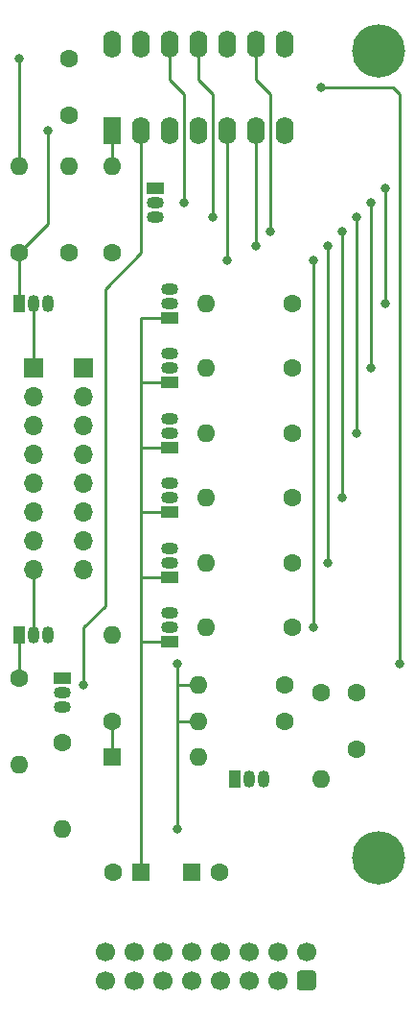
<source format=gbr>
G04 #@! TF.GenerationSoftware,KiCad,Pcbnew,(5.1.9)-1*
G04 #@! TF.CreationDate,2021-04-27T02:13:11+02:00*
G04 #@! TF.ProjectId,Clock Divider Main,436c6f63-6b20-4446-9976-69646572204d,rev?*
G04 #@! TF.SameCoordinates,Original*
G04 #@! TF.FileFunction,Copper,L1,Top*
G04 #@! TF.FilePolarity,Positive*
%FSLAX46Y46*%
G04 Gerber Fmt 4.6, Leading zero omitted, Abs format (unit mm)*
G04 Created by KiCad (PCBNEW (5.1.9)-1) date 2021-04-27 02:13:11*
%MOMM*%
%LPD*%
G01*
G04 APERTURE LIST*
G04 #@! TA.AperFunction,ComponentPad*
%ADD10O,1.700000X1.700000*%
G04 #@! TD*
G04 #@! TA.AperFunction,ComponentPad*
%ADD11R,1.700000X1.700000*%
G04 #@! TD*
G04 #@! TA.AperFunction,ComponentPad*
%ADD12C,4.700000*%
G04 #@! TD*
G04 #@! TA.AperFunction,ComponentPad*
%ADD13O,1.600000X1.600000*%
G04 #@! TD*
G04 #@! TA.AperFunction,ComponentPad*
%ADD14C,1.600000*%
G04 #@! TD*
G04 #@! TA.AperFunction,ComponentPad*
%ADD15R,1.500000X1.050000*%
G04 #@! TD*
G04 #@! TA.AperFunction,ComponentPad*
%ADD16O,1.500000X1.050000*%
G04 #@! TD*
G04 #@! TA.AperFunction,ComponentPad*
%ADD17C,1.700000*%
G04 #@! TD*
G04 #@! TA.AperFunction,ComponentPad*
%ADD18O,1.600000X2.400000*%
G04 #@! TD*
G04 #@! TA.AperFunction,ComponentPad*
%ADD19R,1.600000X2.400000*%
G04 #@! TD*
G04 #@! TA.AperFunction,ComponentPad*
%ADD20R,1.050000X1.500000*%
G04 #@! TD*
G04 #@! TA.AperFunction,ComponentPad*
%ADD21O,1.050000X1.500000*%
G04 #@! TD*
G04 #@! TA.AperFunction,ComponentPad*
%ADD22R,1.600000X1.600000*%
G04 #@! TD*
G04 #@! TA.AperFunction,ViaPad*
%ADD23C,0.800000*%
G04 #@! TD*
G04 #@! TA.AperFunction,Conductor*
%ADD24C,0.250000*%
G04 #@! TD*
G04 APERTURE END LIST*
D10*
G04 #@! TO.P,J2,8*
G04 #@! TO.N,GND*
X8255000Y-60960000D03*
G04 #@! TO.P,J2,7*
G04 #@! TO.N,Net-(J2-Pad7)*
X8255000Y-58420000D03*
G04 #@! TO.P,J2,6*
G04 #@! TO.N,Net-(J2-Pad6)*
X8255000Y-55880000D03*
G04 #@! TO.P,J2,5*
G04 #@! TO.N,Net-(J2-Pad5)*
X8255000Y-53340000D03*
G04 #@! TO.P,J2,4*
G04 #@! TO.N,Net-(J2-Pad4)*
X8255000Y-50800000D03*
G04 #@! TO.P,J2,3*
G04 #@! TO.N,Net-(J2-Pad3)*
X8255000Y-48260000D03*
G04 #@! TO.P,J2,2*
G04 #@! TO.N,Net-(J2-Pad2)*
X8255000Y-45720000D03*
D11*
G04 #@! TO.P,J2,1*
G04 #@! TO.N,GND*
X8255000Y-43180000D03*
G04 #@! TD*
D10*
G04 #@! TO.P,J1,8*
G04 #@! TO.N,Net-(J1-Pad8)*
X3810000Y-60960000D03*
G04 #@! TO.P,J1,7*
G04 #@! TO.N,GND*
X3810000Y-58420000D03*
G04 #@! TO.P,J1,6*
X3810000Y-55880000D03*
G04 #@! TO.P,J1,5*
X3810000Y-53340000D03*
G04 #@! TO.P,J1,4*
X3810000Y-50800000D03*
G04 #@! TO.P,J1,3*
X3810000Y-48260000D03*
G04 #@! TO.P,J1,2*
X3810000Y-45720000D03*
D11*
G04 #@! TO.P,J1,1*
G04 #@! TO.N,Net-(J1-Pad1)*
X3810000Y-43180000D03*
G04 #@! TD*
D12*
G04 #@! TO.P,H2,1*
G04 #@! TO.N,GND*
X34290000Y-86360000D03*
G04 #@! TD*
G04 #@! TO.P,H1,1*
G04 #@! TO.N,GND*
X34290000Y-15240000D03*
G04 #@! TD*
D13*
G04 #@! TO.P,R27,2*
G04 #@! TO.N,Net-(Q11-Pad2)*
X19050000Y-37465000D03*
D14*
G04 #@! TO.P,R27,1*
G04 #@! TO.N,Net-(Q5-Pad1)*
X26670000Y-37465000D03*
G04 #@! TD*
D15*
G04 #@! TO.P,Q11,1*
G04 #@! TO.N,+5V*
X15875000Y-38735000D03*
D16*
G04 #@! TO.P,Q11,3*
G04 #@! TO.N,Net-(J2-Pad2)*
X15875000Y-36195000D03*
G04 #@! TO.P,Q11,2*
G04 #@! TO.N,Net-(Q11-Pad2)*
X15875000Y-37465000D03*
G04 #@! TD*
D17*
G04 #@! TO.P,J3,16*
G04 #@! TO.N,N/C*
X10160000Y-94615000D03*
G04 #@! TO.P,J3,14*
X12700000Y-94615000D03*
G04 #@! TO.P,J3,12*
G04 #@! TO.N,+5V*
X15240000Y-94615000D03*
G04 #@! TO.P,J3,10*
G04 #@! TO.N,+12V*
X17780000Y-94615000D03*
G04 #@! TO.P,J3,8*
G04 #@! TO.N,GND*
X20320000Y-94615000D03*
G04 #@! TO.P,J3,6*
X22860000Y-94615000D03*
G04 #@! TO.P,J3,4*
X25400000Y-94615000D03*
G04 #@! TO.P,J3,2*
G04 #@! TO.N,N/C*
X27940000Y-94615000D03*
G04 #@! TO.P,J3,15*
X10160000Y-97155000D03*
G04 #@! TO.P,J3,13*
X12700000Y-97155000D03*
G04 #@! TO.P,J3,11*
G04 #@! TO.N,+5V*
X15240000Y-97155000D03*
G04 #@! TO.P,J3,9*
G04 #@! TO.N,+12V*
X17780000Y-97155000D03*
G04 #@! TO.P,J3,7*
G04 #@! TO.N,GND*
X20320000Y-97155000D03*
G04 #@! TO.P,J3,5*
X22860000Y-97155000D03*
G04 #@! TO.P,J3,3*
X25400000Y-97155000D03*
G04 #@! TO.P,J3,1*
G04 #@! TO.N,N/C*
G04 #@! TA.AperFunction,ComponentPad*
G36*
G01*
X28540000Y-98005000D02*
X27340000Y-98005000D01*
G75*
G02*
X27090000Y-97755000I0J250000D01*
G01*
X27090000Y-96555000D01*
G75*
G02*
X27340000Y-96305000I250000J0D01*
G01*
X28540000Y-96305000D01*
G75*
G02*
X28790000Y-96555000I0J-250000D01*
G01*
X28790000Y-97755000D01*
G75*
G02*
X28540000Y-98005000I-250000J0D01*
G01*
G37*
G04 #@! TD.AperFunction*
G04 #@! TD*
D18*
G04 #@! TO.P,U1,14*
G04 #@! TO.N,+12V*
X10795000Y-14605000D03*
G04 #@! TO.P,U1,7*
G04 #@! TO.N,GND*
X26035000Y-22225000D03*
G04 #@! TO.P,U1,13*
G04 #@! TO.N,N/C*
X13335000Y-14605000D03*
G04 #@! TO.P,U1,6*
G04 #@! TO.N,Net-(R15-Pad1)*
X23495000Y-22225000D03*
G04 #@! TO.P,U1,12*
G04 #@! TO.N,Net-(R12-Pad1)*
X15875000Y-14605000D03*
G04 #@! TO.P,U1,5*
G04 #@! TO.N,Net-(R16-Pad1)*
X20955000Y-22225000D03*
G04 #@! TO.P,U1,11*
G04 #@! TO.N,Net-(R13-Pad1)*
X18415000Y-14605000D03*
G04 #@! TO.P,U1,4*
G04 #@! TO.N,N/C*
X18415000Y-22225000D03*
G04 #@! TO.P,U1,10*
X20955000Y-14605000D03*
G04 #@! TO.P,U1,3*
X15875000Y-22225000D03*
G04 #@! TO.P,U1,9*
G04 #@! TO.N,Net-(R14-Pad1)*
X23495000Y-14605000D03*
G04 #@! TO.P,U1,2*
G04 #@! TO.N,Net-(Q4-Pad1)*
X13335000Y-22225000D03*
G04 #@! TO.P,U1,8*
G04 #@! TO.N,N/C*
X26035000Y-14605000D03*
D19*
G04 #@! TO.P,U1,1*
G04 #@! TO.N,Net-(Q2-Pad1)*
X10795000Y-22225000D03*
G04 #@! TD*
D13*
G04 #@! TO.P,R16,2*
G04 #@! TO.N,Net-(Q10-Pad2)*
X19050000Y-66040000D03*
D14*
G04 #@! TO.P,R16,1*
G04 #@! TO.N,Net-(R16-Pad1)*
X26670000Y-66040000D03*
G04 #@! TD*
D13*
G04 #@! TO.P,R15,2*
G04 #@! TO.N,Net-(Q9-Pad2)*
X19050000Y-60325000D03*
D14*
G04 #@! TO.P,R15,1*
G04 #@! TO.N,Net-(R15-Pad1)*
X26670000Y-60325000D03*
G04 #@! TD*
D13*
G04 #@! TO.P,R14,2*
G04 #@! TO.N,Net-(Q8-Pad2)*
X19050000Y-54610000D03*
D14*
G04 #@! TO.P,R14,1*
G04 #@! TO.N,Net-(R14-Pad1)*
X26670000Y-54610000D03*
G04 #@! TD*
D13*
G04 #@! TO.P,R13,2*
G04 #@! TO.N,Net-(Q7-Pad2)*
X19050000Y-48895000D03*
D14*
G04 #@! TO.P,R13,1*
G04 #@! TO.N,Net-(R13-Pad1)*
X26670000Y-48895000D03*
G04 #@! TD*
D13*
G04 #@! TO.P,R12,2*
G04 #@! TO.N,Net-(Q6-Pad2)*
X19050000Y-43180000D03*
D14*
G04 #@! TO.P,R12,1*
G04 #@! TO.N,Net-(R12-Pad1)*
X26670000Y-43180000D03*
G04 #@! TD*
D13*
G04 #@! TO.P,R11,2*
G04 #@! TO.N,+12V*
X6985000Y-25400000D03*
D14*
G04 #@! TO.P,R11,1*
G04 #@! TO.N,Net-(Q5-Pad1)*
X6985000Y-33020000D03*
G04 #@! TD*
D13*
G04 #@! TO.P,R10,2*
G04 #@! TO.N,Net-(Q2-Pad1)*
X10795000Y-25400000D03*
D14*
G04 #@! TO.P,R10,1*
G04 #@! TO.N,Net-(Q5-Pad2)*
X10795000Y-33020000D03*
G04 #@! TD*
D13*
G04 #@! TO.P,R9,2*
G04 #@! TO.N,+12V*
X6350000Y-83820000D03*
D14*
G04 #@! TO.P,R9,1*
G04 #@! TO.N,Net-(Q4-Pad1)*
X6350000Y-76200000D03*
G04 #@! TD*
D13*
G04 #@! TO.P,R8,2*
G04 #@! TO.N,Net-(J1-Pad8)*
X10795000Y-66675000D03*
D14*
G04 #@! TO.P,R8,1*
G04 #@! TO.N,Net-(D3-Pad1)*
X10795000Y-74295000D03*
G04 #@! TD*
D13*
G04 #@! TO.P,R7,2*
G04 #@! TO.N,+12V*
X2540000Y-78105000D03*
D14*
G04 #@! TO.P,R7,1*
G04 #@! TO.N,Net-(Q3-Pad1)*
X2540000Y-70485000D03*
G04 #@! TD*
D13*
G04 #@! TO.P,R6,2*
G04 #@! TO.N,+12V*
X2540000Y-25400000D03*
D14*
G04 #@! TO.P,R6,1*
G04 #@! TO.N,Net-(Q2-Pad1)*
X2540000Y-33020000D03*
G04 #@! TD*
D13*
G04 #@! TO.P,R5,2*
G04 #@! TO.N,+12V*
X18415000Y-74295000D03*
D14*
G04 #@! TO.P,R5,1*
G04 #@! TO.N,Net-(D3-Pad2)*
X26035000Y-74295000D03*
G04 #@! TD*
D13*
G04 #@! TO.P,R2,2*
G04 #@! TO.N,Net-(Q1-Pad2)*
X29210000Y-79375000D03*
D14*
G04 #@! TO.P,R2,1*
G04 #@! TO.N,Net-(C1-Pad1)*
X29210000Y-71755000D03*
G04 #@! TD*
D13*
G04 #@! TO.P,R1,2*
G04 #@! TO.N,+12V*
X18415000Y-71120000D03*
D14*
G04 #@! TO.P,R1,1*
G04 #@! TO.N,Net-(C1-Pad1)*
X26035000Y-71120000D03*
G04 #@! TD*
D15*
G04 #@! TO.P,Q10,1*
G04 #@! TO.N,+5V*
X15875000Y-67310000D03*
D16*
G04 #@! TO.P,Q10,3*
G04 #@! TO.N,Net-(J2-Pad7)*
X15875000Y-64770000D03*
G04 #@! TO.P,Q10,2*
G04 #@! TO.N,Net-(Q10-Pad2)*
X15875000Y-66040000D03*
G04 #@! TD*
D15*
G04 #@! TO.P,Q9,1*
G04 #@! TO.N,+5V*
X15875000Y-61595000D03*
D16*
G04 #@! TO.P,Q9,3*
G04 #@! TO.N,Net-(J2-Pad6)*
X15875000Y-59055000D03*
G04 #@! TO.P,Q9,2*
G04 #@! TO.N,Net-(Q9-Pad2)*
X15875000Y-60325000D03*
G04 #@! TD*
D15*
G04 #@! TO.P,Q8,1*
G04 #@! TO.N,+5V*
X15875000Y-55880000D03*
D16*
G04 #@! TO.P,Q8,3*
G04 #@! TO.N,Net-(J2-Pad5)*
X15875000Y-53340000D03*
G04 #@! TO.P,Q8,2*
G04 #@! TO.N,Net-(Q8-Pad2)*
X15875000Y-54610000D03*
G04 #@! TD*
D15*
G04 #@! TO.P,Q7,1*
G04 #@! TO.N,+5V*
X15875000Y-50165000D03*
D16*
G04 #@! TO.P,Q7,3*
G04 #@! TO.N,Net-(J2-Pad4)*
X15875000Y-47625000D03*
G04 #@! TO.P,Q7,2*
G04 #@! TO.N,Net-(Q7-Pad2)*
X15875000Y-48895000D03*
G04 #@! TD*
D15*
G04 #@! TO.P,Q6,1*
G04 #@! TO.N,+5V*
X15875000Y-44450000D03*
D16*
G04 #@! TO.P,Q6,3*
G04 #@! TO.N,Net-(J2-Pad3)*
X15875000Y-41910000D03*
G04 #@! TO.P,Q6,2*
G04 #@! TO.N,Net-(Q6-Pad2)*
X15875000Y-43180000D03*
G04 #@! TD*
D15*
G04 #@! TO.P,Q5,1*
G04 #@! TO.N,Net-(Q5-Pad1)*
X14605000Y-27305000D03*
D16*
G04 #@! TO.P,Q5,3*
G04 #@! TO.N,GND*
X14605000Y-29845000D03*
G04 #@! TO.P,Q5,2*
G04 #@! TO.N,Net-(Q5-Pad2)*
X14605000Y-28575000D03*
G04 #@! TD*
D15*
G04 #@! TO.P,Q4,1*
G04 #@! TO.N,Net-(Q4-Pad1)*
X6350000Y-70485000D03*
D16*
G04 #@! TO.P,Q4,3*
G04 #@! TO.N,GND*
X6350000Y-73025000D03*
G04 #@! TO.P,Q4,2*
G04 #@! TO.N,Net-(Q3-Pad1)*
X6350000Y-71755000D03*
G04 #@! TD*
D20*
G04 #@! TO.P,Q3,1*
G04 #@! TO.N,Net-(Q3-Pad1)*
X2540000Y-66675000D03*
D21*
G04 #@! TO.P,Q3,3*
G04 #@! TO.N,GND*
X5080000Y-66675000D03*
G04 #@! TO.P,Q3,2*
G04 #@! TO.N,Net-(J1-Pad8)*
X3810000Y-66675000D03*
G04 #@! TD*
D20*
G04 #@! TO.P,Q2,1*
G04 #@! TO.N,Net-(Q2-Pad1)*
X2540000Y-37465000D03*
D21*
G04 #@! TO.P,Q2,3*
G04 #@! TO.N,GND*
X5080000Y-37465000D03*
G04 #@! TO.P,Q2,2*
G04 #@! TO.N,Net-(J1-Pad1)*
X3810000Y-37465000D03*
G04 #@! TD*
D20*
G04 #@! TO.P,Q1,1*
G04 #@! TO.N,Net-(D3-Pad2)*
X21590000Y-79375000D03*
D21*
G04 #@! TO.P,Q1,3*
G04 #@! TO.N,GND*
X24130000Y-79375000D03*
G04 #@! TO.P,Q1,2*
G04 #@! TO.N,Net-(Q1-Pad2)*
X22860000Y-79375000D03*
G04 #@! TD*
D13*
G04 #@! TO.P,D3,2*
G04 #@! TO.N,Net-(D3-Pad2)*
X18415000Y-77470000D03*
D22*
G04 #@! TO.P,D3,1*
G04 #@! TO.N,Net-(D3-Pad1)*
X10795000Y-77470000D03*
G04 #@! TD*
D14*
G04 #@! TO.P,C5,2*
G04 #@! TO.N,GND*
X10835000Y-87630000D03*
D22*
G04 #@! TO.P,C5,1*
G04 #@! TO.N,+5V*
X13335000Y-87630000D03*
G04 #@! TD*
D14*
G04 #@! TO.P,C3,2*
G04 #@! TO.N,GND*
X20280000Y-87630000D03*
D22*
G04 #@! TO.P,C3,1*
G04 #@! TO.N,+12V*
X17780000Y-87630000D03*
G04 #@! TD*
D14*
G04 #@! TO.P,C2,2*
G04 #@! TO.N,GND*
X6985000Y-20875000D03*
G04 #@! TO.P,C2,1*
G04 #@! TO.N,+12V*
X6985000Y-15875000D03*
G04 #@! TD*
G04 #@! TO.P,C1,2*
G04 #@! TO.N,GND*
X32385000Y-76755000D03*
G04 #@! TO.P,C1,1*
G04 #@! TO.N,Net-(C1-Pad1)*
X32385000Y-71755000D03*
G04 #@! TD*
D23*
G04 #@! TO.N,+12V*
X16510000Y-83820000D03*
X16510000Y-69215000D03*
X36195000Y-69215000D03*
X2540000Y-15875000D03*
X29210000Y-18415000D03*
G04 #@! TO.N,Net-(Q2-Pad1)*
X5080000Y-22225000D03*
G04 #@! TO.N,Net-(Q4-Pad1)*
X8255000Y-71120000D03*
G04 #@! TO.N,Net-(Q5-Pad1)*
X34925000Y-37465000D03*
X34925000Y-27305000D03*
G04 #@! TO.N,Net-(R12-Pad1)*
X33655000Y-43180000D03*
X33655000Y-28575000D03*
X17145000Y-28575000D03*
G04 #@! TO.N,Net-(R13-Pad1)*
X32385000Y-48895000D03*
X32385000Y-29845000D03*
X19685000Y-29845000D03*
G04 #@! TO.N,Net-(R14-Pad1)*
X31115000Y-54610000D03*
X31115000Y-31115000D03*
X24765000Y-31115000D03*
G04 #@! TO.N,Net-(R15-Pad1)*
X29845000Y-60325000D03*
X29845000Y-32385000D03*
X23495000Y-32385000D03*
G04 #@! TO.N,Net-(R16-Pad1)*
X28575000Y-66040000D03*
X28575000Y-33655000D03*
X20955000Y-33655000D03*
G04 #@! TD*
D24*
G04 #@! TO.N,+12V*
X16510000Y-71120000D02*
X18415000Y-71120000D01*
X18415000Y-74295000D02*
X16510000Y-74295000D01*
X16510000Y-74295000D02*
X16510000Y-71120000D01*
X16510000Y-83820000D02*
X16510000Y-74295000D01*
X16510000Y-71120000D02*
X16510000Y-69215000D01*
X16510000Y-69215000D02*
X16510000Y-69215000D01*
X36195000Y-69215000D02*
X36195000Y-27305000D01*
X2540000Y-25400000D02*
X2540000Y-15875000D01*
X2540000Y-15875000D02*
X2540000Y-15875000D01*
X36195000Y-27305000D02*
X36195000Y-19050000D01*
X36195000Y-19050000D02*
X35560000Y-18415000D01*
X35560000Y-18415000D02*
X29210000Y-18415000D01*
X29210000Y-18415000D02*
X29210000Y-18415000D01*
G04 #@! TO.N,+5V*
X13335000Y-38735000D02*
X15875000Y-38735000D01*
X15875000Y-44450000D02*
X13335000Y-44450000D01*
X13335000Y-44450000D02*
X13335000Y-38735000D01*
X15875000Y-50165000D02*
X13335000Y-50165000D01*
X13335000Y-50165000D02*
X13335000Y-44450000D01*
X15875000Y-55880000D02*
X13335000Y-55880000D01*
X15875000Y-61595000D02*
X13335000Y-61595000D01*
X13335000Y-61595000D02*
X13335000Y-50165000D01*
X13335000Y-87630000D02*
X13335000Y-61595000D01*
X15875000Y-67310000D02*
X13335000Y-67310000D01*
G04 #@! TO.N,Net-(D3-Pad1)*
X10795000Y-74295000D02*
X10795000Y-77470000D01*
G04 #@! TO.N,Net-(Q2-Pad1)*
X2540000Y-33020000D02*
X2540000Y-37465000D01*
X10795000Y-22225000D02*
X10795000Y-25400000D01*
X5080000Y-30480000D02*
X5080000Y-22225000D01*
X2540000Y-33020000D02*
X5080000Y-30480000D01*
X5080000Y-22225000D02*
X5080000Y-22225000D01*
G04 #@! TO.N,Net-(Q3-Pad1)*
X2540000Y-66675000D02*
X2540000Y-70485000D01*
G04 #@! TO.N,Net-(Q4-Pad1)*
X8255000Y-71120000D02*
X8255000Y-66040000D01*
X8255000Y-66040000D02*
X10160000Y-64135000D01*
X10160000Y-64135000D02*
X10160000Y-36195000D01*
X13335000Y-33020000D02*
X10160000Y-36195000D01*
X13335000Y-22225000D02*
X13335000Y-33020000D01*
G04 #@! TO.N,Net-(Q5-Pad1)*
X34925000Y-37465000D02*
X34925000Y-27305000D01*
X34925000Y-27305000D02*
X34925000Y-27305000D01*
G04 #@! TO.N,Net-(R12-Pad1)*
X33655000Y-43180000D02*
X33655000Y-33655000D01*
X33655000Y-33655000D02*
X33655000Y-28575000D01*
X33655000Y-28575000D02*
X33655000Y-28575000D01*
X15875000Y-14605000D02*
X15875000Y-17780000D01*
X15875000Y-17780000D02*
X17145000Y-19050000D01*
X17145000Y-19050000D02*
X17145000Y-28575000D01*
G04 #@! TO.N,Net-(R13-Pad1)*
X32385000Y-48895000D02*
X32385000Y-33655000D01*
X32385000Y-33655000D02*
X32385000Y-29845000D01*
X32385000Y-29845000D02*
X32385000Y-29845000D01*
X18415000Y-14605000D02*
X18415000Y-17780000D01*
X18415000Y-17780000D02*
X19685000Y-19050000D01*
X19685000Y-19050000D02*
X19685000Y-29845000D01*
G04 #@! TO.N,Net-(R14-Pad1)*
X31115000Y-54610000D02*
X31115000Y-33655000D01*
X31115000Y-33655000D02*
X31115000Y-31115000D01*
X31115000Y-31115000D02*
X31115000Y-31115000D01*
X24765000Y-21503996D02*
X24765000Y-31115000D01*
X24765000Y-19050000D02*
X24765000Y-21503996D01*
X23495000Y-17780000D02*
X24765000Y-19050000D01*
X23495000Y-14605000D02*
X23495000Y-17780000D01*
G04 #@! TO.N,Net-(R15-Pad1)*
X29845000Y-60325000D02*
X29845000Y-33655000D01*
X29845000Y-33655000D02*
X29845000Y-32385000D01*
X29845000Y-32385000D02*
X29845000Y-32385000D01*
X23495000Y-32385000D02*
X23495000Y-22225000D01*
G04 #@! TO.N,Net-(R16-Pad1)*
X28575000Y-66040000D02*
X28575000Y-33655000D01*
X28575000Y-33655000D02*
X28575000Y-33655000D01*
X20955000Y-33655000D02*
X20955000Y-22225000D01*
G04 #@! TO.N,Net-(J1-Pad8)*
X3810000Y-60960000D02*
X3810000Y-66675000D01*
G04 #@! TO.N,Net-(J1-Pad1)*
X3810000Y-37465000D02*
X3810000Y-43180000D01*
G04 #@! TD*
M02*

</source>
